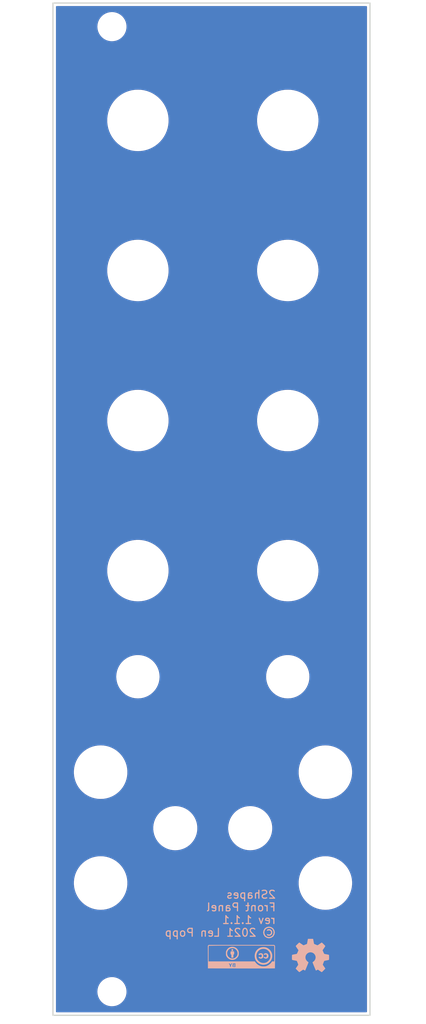
<source format=kicad_pcb>
(kicad_pcb (version 20211014) (generator pcbnew)
  (title_block (title "Eurorack Dual Envelope Module - Front Panel") (date "2022-01-21") (rev "1.1.1") (company "Len Popp") (comment 1 "Copyright © 2021 Len Popp CC BY") (comment 2 "Front panel for Eurorack digital ADSR envelope module") (comment 3 "NOTE: Holes only. No pads or tracks."))
  (layers (0 "F.Cu" signal) (31 "B.Cu" signal) (34 "B.Paste" user) (35 "F.Paste" user) (36 "B.SilkS" user "B.Silkscreen") (37 "F.SilkS" user "F.Silkscreen") (38 "B.Mask" user) (39 "F.Mask" user) (44 "Edge.Cuts" user))
  (net 0 "")
  (footprint "-lmp-holes:MountingHole_Pot_Alpha" (layer "F.Cu") (at 135.8 97.05)
    (fp_text reference "REF**" hide)
    (fp_text value "MountingHole_Pot_Alpha")
    (pad "" np_thru_hole circle locked (at 0 0) (size 7.3 7.3) (drill 7.3) (layers *.Cu *.Mask))
  )
  (footprint "-lmp-holes:MountingHole_Pot_Alpha" (layer "F.Cu") (at 154.85 58.95)
    (fp_text reference "REF**" hide)
    (fp_text value "MountingHole_Pot_Alpha")
    (pad "" np_thru_hole circle locked (at 0 0) (size 7.3 7.3) (drill 7.3) (layers *.Cu *.Mask))
  )
  (footprint "-lmp-holes:MountingHole_Jack_3.5mm_PJ398" (layer "F.Cu") (at 159.63 122.6348)
    (fp_text reference "REF**" hide)
    (fp_text value "MountingHole_Jack_3.5mm_PJ398")
    (pad "" np_thru_hole circle locked (at 0 0) (size 6.3 6.3) (drill 6.3) (layers *.Cu *.Mask))
  )
  (footprint "-lmp-holes:MountingHole_Jack_3.5mm_PJ398" (layer "F.Cu") (at 131.06 136.7064)
    (fp_text reference "REF**" hide)
    (fp_text value "MountingHole_Jack_3.5mm_PJ398")
    (pad "" np_thru_hole circle locked (at 0 0) (size 6.3 6.3) (drill 6.3) (layers *.Cu *.Mask))
  )
  (footprint "-lmp-holes:MountingHole_Pot_Alpha" (layer "F.Cu") (at 135.8 78)
    (fp_text reference "REF**" hide)
    (fp_text value "MountingHole_Pot_Alpha")
    (pad "" np_thru_hole circle locked (at 0 0) (size 7.3 7.3) (drill 7.3) (layers *.Cu *.Mask))
  )
  (footprint "-lmp-holes:MountingHole_Pot_Alpha" (layer "F.Cu") (at 154.85 78)
    (fp_text reference "REF**" hide)
    (fp_text value "MountingHole_Pot_Alpha")
    (pad "" np_thru_hole circle locked (at 0 0) (size 7.3 7.3) (drill 7.3) (layers *.Cu *.Mask))
  )
  (footprint "-lmp-holes:MountingHole_SW_Toggle_5mm" (layer "F.Cu") (at 154.85 110.52)
    (fp_text reference "REF**" hide)
    (fp_text value "MountingHole_SW_Toggle_5mm")
    (pad "" np_thru_hole circle locked (at 0 0) (size 5 5) (drill 5) (layers *.Cu *.Mask))
  )
  (footprint "-lmp-holes:MountingHole_LED_5mm" (layer "F.Cu") (at 140.55 129.7468)
    (fp_text reference "REF**" hide)
    (fp_text value "MountingHole_LED_5mm")
    (pad "" np_thru_hole circle (at 0 0) (size 5.1 5.1) (drill 5.1) (layers F&B.Cu *.Mask))
  )
  (footprint "-lmp-holes:MountingHole_Pot_Alpha" (layer "F.Cu") (at 154.85 97.05)
    (fp_text reference "REF**" hide)
    (fp_text value "MountingHole_Pot_Alpha")
    (pad "" np_thru_hole circle locked (at 0 0) (size 7.3 7.3) (drill 7.3) (layers *.Cu *.Mask))
  )
  (footprint "-lmp-holes:MountingHole_Jack_3.5mm_PJ398" (layer "F.Cu") (at 131.06 122.6348)
    (fp_text reference "REF**" hide)
    (fp_text value "MountingHole_Jack_3.5mm_PJ398")
    (pad "" np_thru_hole circle locked (at 0 0) (size 6.3 6.3) (drill 6.3) (layers *.Cu *.Mask))
  )
  (footprint "-lmp-holes:MountingHole_SW_Toggle_5mm" (layer "F.Cu") (at 135.8 110.52)
    (fp_text reference "REF**" hide)
    (fp_text value "MountingHole_SW_Toggle_5mm")
    (pad "" np_thru_hole circle locked (at 0 0) (size 5 5) (drill 5) (layers *.Cu *.Mask))
  )
  (footprint "-lmp-holes:MountingHole_Jack_3.5mm_PJ398" (layer "F.Cu") (at 159.63 136.7064)
    (fp_text reference "REF**" hide)
    (fp_text value "MountingHole_Jack_3.5mm_PJ398")
    (pad "" np_thru_hole circle locked (at 0 0) (size 6.3 6.3) (drill 6.3) (layers *.Cu *.Mask))
  )
  (footprint "-lmp-holes:MountingHole_LED_5mm" (layer "F.Cu") (at 150.075 129.7468)
    (fp_text reference "REF**" hide)
    (fp_text value "MountingHole_LED_5mm")
    (pad "" np_thru_hole circle (at 0 0) (size 5.1 5.1) (drill 5.1) (layers F&B.Cu *.Mask))
  )
  (footprint "-lmp-holes:MountingHole_Pot_Alpha" (layer "F.Cu") (at 154.85 39.9)
    (fp_text reference "REF**" hide)
    (fp_text value "MountingHole_Pot_Alpha")
    (pad "" np_thru_hole circle locked (at 0 0) (size 7.3 7.3) (drill 7.3) (layers *.Cu *.Mask))
  )
  (footprint "-lmp-holes:MountingHole_Panel_3.2mm_M3" (layer "F.Cu") (at 132.5 150.5)
    (fp_text reference "REF**" hide)
    (fp_text value "MountingHole_Panel_3.2mm_M3")
    (pad "" np_thru_hole circle locked (at 0 0) (size 3.2 3.2) (drill 3.2) (layers *.Cu *.Mask))
  )
  (footprint "-lmp-holes:MountingHole_Panel_3.2mm_M3" (layer "F.Cu") (at 132.5 28)
    (fp_text reference "REF**" hide)
    (fp_text value "MountingHole_Panel_3.2mm_M3")
    (pad "" np_thru_hole circle locked (at 0 0) (size 3.2 3.2) (drill 3.2) (layers *.Cu *.Mask))
  )
  (footprint "-lmp-holes:MountingHole_Pot_Alpha" (layer "F.Cu") (at 135.8 58.95)
    (fp_text reference "REF**" hide)
    (fp_text value "MountingHole_Pot_Alpha")
    (pad "" np_thru_hole circle locked (at 0 0) (size 7.3 7.3) (drill 7.3) (layers *.Cu *.Mask))
  )
  (footprint "-lmp-holes:MountingHole_Pot_Alpha" (layer "F.Cu") (at 135.8 39.9)
    (fp_text reference "REF**" hide)
    (fp_text value "MountingHole_Pot_Alpha")
    (pad "" np_thru_hole circle locked (at 0 0) (size 7.3 7.3) (drill 7.3) (layers *.Cu *.Mask))
  )
  (footprint "-lmp-misc:Logo_OSHW" (layer "B.Cu") (at 157.734 145.923 180)
    (fp_text reference "G***" hide)
    (fp_text value "LOGO" hide)
    (fp_poly (pts (xy 0.332309 2.043907) (xy 0.341381 1.998069) (xy 0.354628 1.929173) (xy 0.370495 1.845389) (xy 0.38743 1.75489) (xy 0.393386 1.722796) (xy 0.437401 1.485029) (xy 0.657063 1.393795) (xy 0.74497 1.357921) (xy 0.808749 1.333741) (xy 0.853195 1.319859) (xy 0.883107 1.31488) (xy 0.903282 1.317408) (xy 0.9098 1.320262) (xy 0.933551 1.334917) (xy 0.978298 1.364246) (xy 1.038939 1.404842) (xy 1.110374 1.453296) (xy 1.165969 1.491371) (xy 1.240949 1.542833) (xy 1.307718 1.588474) (xy 1.361493 1.625041) (xy 1.397494 1.649281) (xy 1.409956 1.657414) (xy 1.427811 1.652955) (xy 1.463227 1.627667) (xy 1.517172 1.58073) (xy 1.590613 1.511323) (xy 1.644039 1.458948) (xy 1.711608 1.391108) (xy 1.771268 1.329438) (xy 1.819306 1.277919) (xy 1.852008 1.240535) (xy 1.865664 1.221267) (xy 1.865677 1.221226) (xy 1.859691 1.197676) (xy 1.835212 1.150604) (xy 1.793183 1.081596) (xy 1.734543 0.992239) (xy 1.697471 0.937781) (xy 1.520815 0.68096) (xy 1.619383 0.452127) (xy 1.659348 0.362713) (xy 1.694168 0.291444) (xy 1.72197 0.241872) (xy 1.740879 0.217552) (xy 1.744007 0.215831) (xy 1.767564 0.210654) (xy 1.816769 0.200917) (xy 1.886021 0.187693) (xy 1.969721 0.172052) (xy 2.047875 0.157689) (xy 2.138232 0.140363) (xy 2.217638 0.123538) (xy 2.280838 0.108457) (xy 2.322577 0.096363) (xy 2.33735 0.089224) (xy 2.341052 0.068346) (xy 2.344296 0.021045) (xy 2.34688 -0.047351) (xy 2.348601 -0.131515) (xy 2.349256 -0.224274) (xy 2.34874 -0.336892) (xy 2.346841 -0.421041) (xy 2.343351 -0.479979) (xy 2.33806 -0.516966) (xy 2.330759 -0.535262) (xy 2.329202 -0.536832) (xy 2.307564 -0.54503) (xy 2.260103 -0.557343) (xy 2.192292 -0.572534) (xy 2.109605 -0.589367) (xy 2.031546 -0.604073) (xy 1.940736 -0.621377) (xy 1.860376 -0.638211) (xy 1.795872 -0.653319) (xy 1.752632 -0.665446) (xy 1.736595 -0.672515) (xy 1.722252 -0.695942) (xy 1.700812 -0.741547) (xy 1.674629 -0.803127) (xy 1.646056 -0.87448) (xy 1.617445 -0.949405) (xy 1.591149 -1.021699) (xy 1.569521 -1.085159) (xy 1.554912 -1.133585) (xy 1.549677 -1.160773) (xy 1.550241 -1.163788) (xy 1.562554 -1.182573) (xy 1.589739 -1.222789) (xy 1.628605 -1.279753) (xy 1.675959 -1.348785) (xy 1.717281 -1.408788) (xy 1.768237 -1.483332) (xy 1.812217 -1.548959) (xy 1.846284 -1.601179) (xy 1.867501 -1.635506) (xy 1.873249 -1.647126) (xy 1.862515 -1.661602) (xy 1.832595 -1.694758) (xy 1.786914 -1.742986) (xy 1.728898 -1.802678) (xy 1.661972 -1.870225) (xy 1.652489 -1.879701) (xy 1.570583 -1.960422) (xy 1.507752 -2.019804) (xy 1.461587 -2.059887) (xy 1.429677 -2.082708) (xy 1.409614 -2.090306) (xy 1.404428 -2.089563) (xy 1.382638 -2.077373) (xy 1.339761 -2.050325) (xy 1.280786 -2.011678) (xy 1.210703 -1.964685) (xy 1.15767 -1.928544) (xy 1.084231 -1.878624) (xy 1.019809 -1.835701) (xy 0.968968 -1.802746) (xy 0.936274 -1.782731) (xy 0.926456 -1.778) (xy 0.907758 -1.784814) (xy 0.868466 -1.802925) (xy 0.816075 -1.82883) (xy 0.799669 -1.837215) (xy 0.745513 -1.863547) (xy 0.702661 -1.881495) (xy 0.678317 -1.888138) (xy 0.675671 -1.887463) (xy 0.666195 -1.869527) (xy 0.646683 -1.826283) (xy 0.61885 -1.761921) (xy 0.584411 -1.680627) (xy 0.545081 -1.586591) (xy 0.502576 -1.484001) (xy 0.458609 -1.377043) (xy 0.414897 -1.269908) (xy 0.373154 -1.166782) (xy 0.335095 -1.071855) (xy 0.302436 -0.989313) (xy 0.276891 -0.923346) (xy 0.260175 -0.878141) (xy 0.254004 -0.857887) (xy 0.254 -0.857727) (xy 0.267057 -0.831175) (xy 0.291181 -0.813655) (xy 0.320082 -0.795098) (xy 0.363545 -0.760996) (xy 0.413339 -0.717903) (xy 0.425838 -0.706469) (xy 0.521321 -0.598253) (xy 0.589436 -0.478327) (xy 0.630082 -0.350658) (xy 0.64316 -0.219214) (xy 0.628567 -0.087962) (xy 0.586205 0.039131) (xy 0.515973 0.158097) (xy 0.449685 0.234902) (xy 0.34119 0.322392) (xy 0.220313 0.382989) (xy 0.091552 0.416695) (xy -0.040598 0.423509) (xy -0.171639 0.403432) (xy -0.297073 0.356462) (xy -0.412405 0.282601) (xy -0.465561 0.234902) (xy -0.555494 0.124047) (xy -0.617486 0.002268) (xy -0.651637 -0.126466) (xy -0.658048 -0.258188) (xy -0.636819 -0.38893) (xy -0.588051 -0.514725) (xy -0.511844 -0.631606) (xy -0.441714 -0.706469) (xy -0.391624 -0.750788) (xy -0.345801 -0.787757) (xy -0.31248 -0.810824) (xy -0.307057 -0.813655) (xy -0.278822 -0.836047) (xy -0.269875 -0.857727) (xy -0.275742 -0.877259) (xy -0.292199 -0.921853) (xy -0.317531 -0.987321) (xy -0.350023 -1.069475) (xy -0.38796 -1.164127) (xy -0.429627 -1.267088) (xy -0.473309 -1.374171) (xy -0.517291 -1.481187) (xy -0.559858 -1.583949) (xy -0.599294 -1.678267) (xy -0.633886 -1.759955) (xy -0.661917 -1.824823) (xy -0.681673 -1.868683) (xy -0.691439 -1.887349) (xy -0.691547 -1.887463) (xy -0.708781 -1.884865) (xy -0.74673 -1.87007) (xy -0.79819 -1.845995) (xy -0.815545 -1.837215) (xy -0.87027 -1.809724) (xy -0.914006 -1.789018) (xy -0.939274 -1.778598) (xy -0.942068 -1.778) (xy -0.958281 -1.786545) (xy -0.99619 -1.81026) (xy -1.051371 -1.846265) (xy -1.119398 -1.891677) (xy -1.185816 -1.93675) (xy -1.261905 -1.988112) (xy -1.329536 -2.03255) (xy -1.38415 -2.067164) (xy -1.42119 -2.089057) (xy -1.43553 -2.0955) (xy -1.45167 -2.084739) (xy -1.486309 -2.054764) (xy -1.535721 -2.00903) (xy -1.59618 -1.950995) (xy -1.663958 -1.884116) (xy -1.671057 -1.877013) (xy -1.738416 -1.808944) (xy -1.797325 -1.748305) (xy -1.844348 -1.698724) (xy -1.87605 -1.66383) (xy -1.888994 -1.647251) (xy -1.889125 -1.646708) (xy -1.880529 -1.630386) (xy -1.856698 -1.592506) (xy -1.820567 -1.537547) (xy -1.775072 -1.469987) (xy -1.733157 -1.408788) (xy -1.681353 -1.333531) (xy -1.635515 -1.266643) (xy -1.598836 -1.212805) (xy -1.574507 -1.176699) (xy -1.566117 -1.163788) (xy -1.568212 -1.143868) (xy -1.580361 -1.100924) (xy -1.600208 -1.04116) (xy -1.625402 -0.970779) (xy -1.653588 -0.895982) (xy -1.682414 -0.822973) (xy -1.709526 -0.757956) (xy -1.732571 -0.707131) (xy -1.749196 -0.676703) (xy -1.752471 -0.672589) (xy -1.773188 -0.664012) (xy -1.819798 -0.651325) (xy -1.886901 -0.635788) (xy -1.969098 -0.618661) (xy -2.047875 -0.603599) (xy -2.138935 -0.586192) (xy -2.219747 -0.56945) (xy -2.28486 -0.554608) (xy -2.328819 -0.542897) (xy -2.345532 -0.536285) (xy -2.353122 -0.52039) (xy -2.35869 -0.484937) (xy -2.362422 -0.426925) (xy -2.364508 -0.343353) (xy -2.365136 -0.23122) (xy -2.365132 -0.224274) (xy -2.364454 -0.129816) (xy -2.362715 -0.045899) (xy -2.360116 0.022149) (xy -2.356862 0.069001) (xy -2.353226 0.089224) (xy -2.334501 0.097698) (xy -2.28973 0.110242) (xy -2.224168 0.125615) (xy -2.143071 0.142573) (xy -2.06375 0.157689) (xy -1.972185 0.174539) (xy -1.890317 0.189882) (xy -1.823748 0.202646) (xy -1.778075 0.211759) (xy -1.759883 0.215831) (xy -1.743498 0.23326) (xy -1.717751 0.276831) (xy -1.684515 0.342991) (xy -1.645665 0.428188) (xy -1.635259 0.452127) (xy -1.536691 0.68096) (xy -1.713347 0.937781) (xy -1.780321 1.037176) (xy -1.831178 1.117053) (xy -1.864977 1.175825) (xy -1.880778 1.211907) (xy -1.881553 1.221226) (xy -1.867997 1.240398) (xy -1.835375 1.277706) (xy -1.787401 1.329167) (xy -1.727787 1.390799) (xy -1.660247 1.458619) (xy -1.659915 1.458948) (xy -1.573506 1.542945) (xy -1.507347 1.603693) (xy -1.460731 1.641791) (xy -1.432952 1.657841) (xy -1.425832 1.657743) (xy -1.406307 1.644973) (xy -1.365455 1.617396) (xy -1.30806 1.57827) (xy -1.238906 1.530853) (xy -1.182688 1.492145) (xy -1.106717 1.440046) (xy -1.037755 1.393314) (xy -0.980931 1.355382) (xy -0.941376 1.329681) (xy -0.92652 1.320706) (xy -0.909039 1.315224) (xy -0.884577 1.316423) (xy -0.848256 1.32571) (xy -0.7952 1.344489) (xy -0.720531 1.374168) (xy -0.672939 1.393795) (xy -0.453277 1.485029) (xy -0.409262 1.722796) (xy -0.392321 1.813715) (xy -0.375898 1.900809) (xy -0.361547 1.975906) (xy -0.35082 2.030837) (xy -0.348185 2.043907) (xy -0.331124 2.12725) (xy 0.315248 2.12725) (xy 0.332309 2.043907)) (layer "B.SilkS") (width 0.01) (fill solid))
  )
  (footprint "-lmp-misc:Logo_CC_BY" (layer "B.Cu") (at 148.971 146.05 180)
    (fp_text reference "G***" hide)
    (fp_text value "LOGO" hide)
    (fp_poly (pts (xy -3.02103 0.424598) (xy -2.91672 0.387702) (xy -2.880305 0.364287) (xy -2.831233 0.316441) (xy -2.82357 0.27634) (xy -2.857298 0.243) (xy -2.878228 0.233015) (xy -2.927801 0.217368) (xy -2.96114 0.224786) (xy -2.981416 0.240625) (xy -3.034554 0.267504) (xy -3.099006 0.273562) (xy -3.155714 0.258594) (xy -3.175583 0.242714) (xy -3.193774 0.202761) (xy -3.208244 0.139832) (xy -3.212007 0.110423) (xy -3.207041 0.017637) (xy -3.176589 -0.051636) (xy -3.126708 -0.092927) (xy -3.063452 -0.101769) (xy -2.992878 -0.073694) (xy -2.977533 -0.062563) (xy -2.937359 -0.035025) (xy -2.905035 -0.032112) (xy -2.858844 -0.052225) (xy -2.856122 -0.053629) (xy -2.789721 -0.087967) (xy -2.839486 -0.141245) (xy -2.933756 -0.213414) (xy -3.043435 -0.250287) (xy -3.158803 -0.250035) (xy -3.254244 -0.219188) (xy -3.333304 -0.158345) (xy -3.387757 -0.072069) (xy -3.416357 0.029772) (xy -3.417861 0.13731) (xy -3.391023 0.240675) (xy -3.334599 0.329998) (xy -3.324795 0.340295) (xy -3.236756 0.400263) (xy -3.131605 0.428574) (xy -3.02103 0.424598)) (layer "B.SilkS") (width 0.01) (fill solid))
    (fp_poly (pts (xy 1.198591 0.946718) (xy 1.24453 0.917911) (xy 1.27384 0.871061) (xy 1.277828 0.813909) (xy 1.259491 0.769726) (xy 1.210366 0.728824) (xy 1.146002 0.723246) (xy 1.095375 0.742529) (xy 1.066734 0.780694) (xy 1.059449 0.837345) (xy 1.073909 0.894193) (xy 1.091595 0.919238) (xy 1.144715 0.94974) (xy 1.198591 0.946718)) (layer "B.SilkS") (width 0.01) (fill solid))
    (fp_poly (pts (xy -2.39168 0.425061) (xy -2.365422 0.419864) (xy -2.306453 0.398275) (xy -2.24476 0.363217) (xy -2.192613 0.323291) (xy -2.162283 0.287101) (xy -2.159 0.275127) (xy -2.176157 0.258362) (xy -2.218635 0.2336) (xy -2.231009 0.227502) (xy -2.279889 0.206692) (xy -2.308737 0.20668) (xy -2.334969 0.228531) (xy -2.340123 0.234165) (xy -2.393198 0.266129) (xy -2.45973 0.274255) (xy -2.512218 0.258537) (xy -2.546037 0.216053) (xy -2.568158 0.147925) (xy -2.574311 0.070185) (xy -2.570997 0.037874) (xy -2.542321 -0.039667) (xy -2.492697 -0.087999) (xy -2.430625 -0.10356) (xy -2.364608 -0.082791) (xy -2.335818 -0.060589) (xy -2.297118 -0.030981) (xy -2.260723 -0.028782) (xy -2.223329 -0.04199) (xy -2.176133 -0.065406) (xy -2.163143 -0.089267) (xy -2.183198 -0.124379) (xy -2.211106 -0.155875) (xy -2.296435 -0.218831) (xy -2.399927 -0.251253) (xy -2.508693 -0.251377) (xy -2.609839 -0.217439) (xy -2.619569 -0.211781) (xy -2.700833 -0.14597) (xy -2.749326 -0.06404) (xy -2.768556 0.041501) (xy -2.76827 0.105949) (xy -2.745638 0.232547) (xy -2.693649 0.330106) (xy -2.615317 0.396277) (xy -2.513656 0.428712) (xy -2.39168 0.425061)) (layer "B.SilkS") (width 0.01) (fill solid))
    (fp_poly (pts (xy 4.22386 1.429564) (xy 4.275963 1.377461) (xy 4.270523 -0.057395) (xy 4.265083 -1.49225) (xy 0.019454 -1.497593) (xy -0.401443 -1.498054) (xy -0.811056 -1.498365) (xy -1.207377 -1.498531) (xy -1.588395 -1.498556) (xy -1.952102 -1.498445) (xy -2.296486 -1.498202) (xy -2.619538 -1.49783) (xy -2.919248 -1.497335) (xy -3.193607 -1.496719) (xy -3.440605 -1.495988) (xy -3.658231 -1.495145) (xy -3.844477 -1.494195) (xy -3.997332 -1.493142) (xy -4.114786 -1.491989) (xy -4.19483 -1.490742) (xy -4.235454 -1.489404) (xy -4.240338 -1.488774) (xy -4.242738 -1.465738) (xy -4.24501 -1.403866) (xy -4.24712 -1.306657) (xy -4.249033 -1.17761) (xy -4.250715 -1.020222) (xy -4.252132 -0.837992) (xy -4.253248 -0.634417) (xy -4.25403 -0.412996) (xy -4.254443 -0.177227) (xy -4.2545 -0.048427) (xy -4.2545 0.366183) (xy -4.169834 0.366183) (xy -4.169834 -0.613834) (xy -4.026959 -0.614379) (xy -3.884084 -0.614925) (xy -3.812144 -0.720966) (xy -3.692651 -0.864995) (xy -3.542152 -0.996181) (xy -3.371665 -1.106777) (xy -3.192209 -1.189035) (xy -3.108881 -1.21544) (xy -2.997957 -1.235421) (xy -2.862492 -1.245246) (xy -2.719048 -1.244881) (xy -2.584188 -1.234297) (xy -2.486239 -1.216626) (xy -2.272603 -1.14063) (xy -2.076159 -1.027636) (xy -1.902364 -0.881322) (xy -1.872569 -0.846667) (xy 0.783166 -0.846667) (xy 0.783166 -1.312334) (xy 0.917895 -1.312334) (xy 1.004895 -1.308401) (xy 1.064225 -1.294438) (xy 1.108395 -1.268464) (xy 1.153631 -1.212561) (xy 1.16015 -1.151895) (xy 1.127249 -1.095152) (xy 1.122761 -1.090924) (xy 1.095408 -1.06005) (xy 1.100119 -1.036022) (xy 1.112178 -1.022631) (xy 1.140542 -0.973664) (xy 1.127789 -0.922153) (xy 1.100666 -0.889) (xy 1.066252 -0.864363) (xy 1.017466 -0.851272) (xy 0.941826 -0.846789) (xy 0.92075 -0.846667) (xy 1.185789 -0.846667) (xy 1.270228 -0.984623) (xy 1.319 -1.071602) (xy 1.345387 -1.140404) (xy 1.354475 -1.205058) (xy 1.354666 -1.217456) (xy 1.35688 -1.276088) (xy 1.367744 -1.303811) (xy 1.393598 -1.311987) (xy 1.407583 -1.312334) (xy 1.440934 -1.308067) (xy 1.456279 -1.287521) (xy 1.460461 -1.23908) (xy 1.460563 -1.222375) (xy 1.468744 -1.154833) (xy 1.496329 -1.080912) (xy 1.543713 -0.994834) (xy 1.585033 -0.925149) (xy 1.606079 -0.883515) (xy 1.608913 -0.86202) (xy 1.595597 -0.852753) (xy 1.581496 -0.849898) (xy 1.555171 -0.849042) (xy 1.530909 -0.860656) (xy 1.501095 -0.89146) (xy 1.45812 -0.948175) (xy 1.437195 -0.977303) (xy 1.403307 -1.024763) (xy 1.352528 -0.935878) (xy 1.314063 -0.878532) (xy 1.2778 -0.852038) (xy 1.243769 -0.84683) (xy 1.185789 -0.846667) (xy 0.92075 -0.846667) (xy 0.783166 -0.846667) (xy -1.872569 -0.846667) (xy -1.783802 -0.743422) (xy -1.68774 -0.613834) (xy 4.191 -0.613834) (xy 4.191 0.366183) (xy 4.190708 0.611968) (xy 4.18979 0.818065) (xy 4.188178 0.987114) (xy 4.185805 1.121755) (xy 4.182605 1.224631) (xy 4.178511 1.298382) (xy 4.173457 1.345649) (xy 4.167375 1.369072) (xy 4.165599 1.3716) (xy 4.141594 1.374757) (xy 4.07774 1.377723) (xy 3.97652 1.380499) (xy 3.840418 1.383084) (xy 3.671917 1.385478) (xy 3.473502 1.387681) (xy 3.247656 1.389693) (xy 2.996862 1.391514) (xy 2.723604 1.393145) (xy 2.430367 1.394585) (xy 2.119632 1.395834) (xy 1.793885 1.396892) (xy 1.455608 1.397759) (xy 1.107285 1.398435) (xy 0.751401 1.398921) (xy 0.390438 1.399216) (xy 0.02688 1.39932) (xy -0.336789 1.399233) (xy -0.698086 1.398955) (xy -1.054526 1.398487) (xy -1.403627 1.397827) (xy -1.742905 1.396977) (xy -2.069875 1.395936) (xy -2.382055 1.394704) (xy -2.676961 1.393282) (xy -2.952109 1.391668) (xy -3.205015 1.389864) (xy -3.433196 1.387869) (xy -3.634169 1.385683) (xy -3.805449 1.383306) (xy -3.944553 1.380738) (xy -4.048998 1.37798) (xy -4.116299 1.37503) (xy -4.143973 1.37189) (xy -4.144434 1.3716) (xy -4.150797 1.353998) (xy -4.156114 1.313246) (xy -4.160454 1.246703) (xy -4.163882 1.151728) (xy -4.166465 1.025681) (xy -4.168271 0.865919) (xy -4.169365 0.669804) (xy -4.169814 0.434693) (xy -4.169834 0.366183) (xy -4.2545 0.366183) (xy -4.2545 1.377757) (xy -4.202546 1.429712) (xy -4.150591 1.481666) (xy 4.171757 1.481666) (xy 4.22386 1.429564)) (layer "B.SilkS") (width 0.01) (fill solid))
    (fp_poly (pts (xy -2.563057 1.182731) (xy -2.361828 1.123237) (xy -2.176836 1.028043) (xy -2.012387 0.898954) (xy -1.872787 0.737776) (xy -1.851627 0.706999) (xy -1.760969 0.533924) (xy -1.702324 0.341508) (xy -1.676332 0.138827) (xy -1.683633 -0.065038) (xy -1.724866 -0.261008) (xy -1.774419 -0.38896) (xy -1.88282 -0.569588) (xy -2.02332 -0.726553) (xy -2.190308 -0.855437) (xy -2.378175 -0.951818) (xy -2.558393 -1.006682) (xy -2.661676 -1.025313) (xy -2.752778 -1.032549) (xy -2.849774 -1.028779) (xy -2.963334 -1.015429) (xy -3.161479 -0.968309) (xy -3.342295 -0.883698) (xy -3.50892 -0.760016) (xy -3.553297 -0.718328) (xy -3.700506 -0.54945) (xy -3.806929 -0.371404) (xy -3.873687 -0.181037) (xy -3.901084 0.018874) (xy -3.687783 0.018874) (xy -3.657491 -0.157882) (xy -3.6048 -0.296334) (xy -3.539895 -0.400636) (xy -3.448266 -0.509609) (xy -3.342045 -0.611122) (xy -3.233365 -0.693046) (xy -3.174437 -0.726586) (xy -3.01123 -0.784497) (xy -2.833345 -0.810389) (xy -2.655039 -0.803099) (xy -2.54 -0.778349) (xy -2.383548 -0.714064) (xy -2.23681 -0.620867) (xy -2.110085 -0.506773) (xy -2.013669 -0.379796) (xy -2.002272 -0.359795) (xy -1.926639 -0.181924) (xy -1.889736 -0.003553) (xy -1.888625 0.171489) (xy -1.920364 0.339374) (xy -1.982014 0.496271) (xy -2.070635 0.638352) (xy -2.183288 0.761788) (xy -2.317032 0.862749) (xy -2.468928 0.937407) (xy -2.636035 0.981932) (xy -2.815414 0.992496) (xy -3.004125 0.965269) (xy -3.017095 0.961982) (xy -3.18983 0.896576) (xy -3.341128 0.799061) (xy -3.468467 0.674837) (xy -3.569325 0.529307) (xy -3.641178 0.367869) (xy -3.681505 0.195924) (xy -3.687783 0.018874) (xy -3.901084 0.018874) (xy -3.901897 0.024804) (xy -3.89365 0.240822) (xy -3.851504 0.433215) (xy -3.772288 0.615301) (xy -3.660959 0.781846) (xy -3.522476 0.927617) (xy -3.361796 1.047378) (xy -3.183877 1.135898) (xy -2.996996 1.187388) (xy -2.776215 1.204716) (xy -2.563057 1.182731)) (layer "B.SilkS") (width 0.01) (fill solid))
    (fp_poly (pts (xy 1.007728 -1.10891) (xy 1.049387 -1.134554) (xy 1.058333 -1.165687) (xy 1.039922 -1.20516) (xy 0.995527 -1.235496) (xy 0.941409 -1.250332) (xy 0.893826 -1.243305) (xy 0.881944 -1.234722) (xy 0.871604 -1.205116) (xy 0.867833 -1.160639) (xy 0.873749 -1.117666) (xy 0.900438 -1.102183) (xy 0.929602 -1.100667) (xy 1.007728 -1.10891)) (layer "B.SilkS") (width 0.01) (fill solid))
    (fp_poly (pts (xy 1.377307 1.219627) (xy 1.537281 1.160105) (xy 1.682469 1.068615) (xy 1.807111 0.946685) (xy 1.905443 0.795844) (xy 1.909413 0.787882) (xy 1.940321 0.722465) (xy 1.960425 0.668687) (xy 1.972035 0.614111) (xy 1.977464 0.5463) (xy 1.979023 0.452817) (xy 1.979083 0.413084) (xy 1.977975 0.304751) (xy 1.973402 0.226714) (xy 1.963487 0.166965) (xy 1.946354 0.113498) (xy 1.924445 0.06345) (xy 1.831411 -0.086953) (xy 1.708237 -0.212584) (xy 1.561218 -0.310224) (xy 1.396648 -0.376655) (xy 1.220825 -0.408659) (xy 1.040042 -0.403016) (xy 1.018548 -0.399695) (xy 0.861591 -0.353137) (xy 0.711567 -0.270809) (xy 0.576827 -0.159249) (xy 0.465722 -0.024998) (xy 0.405977 0.080051) (xy 0.378882 0.143162) (xy 0.361991 0.200848) (xy 0.352996 0.266663) (xy 0.349584 0.354157) (xy 0.349386 0.38893) (xy 0.500593 0.38893) (xy 0.510606 0.302508) (xy 0.536592 0.193771) (xy 0.574165 0.106276) (xy 0.63213 0.022779) (xy 0.683322 -0.035796) (xy 0.81069 -0.145244) (xy 0.953839 -0.216764) (xy 1.108269 -0.249085) (xy 1.269476 -0.24094) (xy 1.34649 -0.222717) (xy 1.49922 -0.157615) (xy 1.625396 -0.064388) (xy 1.723417 0.051265) (xy 1.791679 0.183645) (xy 1.828583 0.327053) (xy 1.832525 0.475789) (xy 1.801903 0.624155) (xy 1.735117 0.766451) (xy 1.654299 0.872386) (xy 1.547984 0.968323) (xy 1.43207 1.031456) (xy 1.296278 1.066311) (xy 1.191868 1.075973) (xy 1.097105 1.078188) (xy 1.028028 1.072995) (xy 0.96827 1.05784) (xy 0.902986 1.030864) (xy 0.760552 0.944352) (xy 0.645883 0.830942) (xy 0.562193 0.696593) (xy 0.512692 0.547269) (xy 0.500593 0.38893) (xy 0.349386 0.38893) (xy 0.34925 0.41275) (xy 0.350641 0.516588) (xy 0.356385 0.591778) (xy 0.368837 0.651959) (xy 0.39035 0.710769) (xy 0.407119 0.747943) (xy 0.489615 0.895944) (xy 0.586193 1.012456) (xy 0.704778 1.107466) (xy 0.866283 1.1911) (xy 1.036047 1.236653) (xy 1.208308 1.245652) (xy 1.377307 1.219627)) (layer "B.SilkS") (width 0.01) (fill solid))
    (fp_poly (pts (xy 1.265371 0.674893) (xy 1.332164 0.667029) (xy 1.368521 0.652922) (xy 1.374168 0.64759) (xy 1.387404 0.607674) (xy 1.393405 0.532293) (xy 1.392634 0.451798) (xy 1.388574 0.368274) (xy 1.382243 0.318048) (xy 1.370829 0.292085) (xy 1.351516 0.281354) (xy 1.338791 0.278986) (xy 1.316623 0.273497) (xy 1.302673 0.259195) (xy 1.295045 0.227858) (xy 1.291842 0.171267) (xy 1.291168 0.081201) (xy 1.291166 0.072611) (xy 1.291166 -0.127) (xy 1.037166 -0.127) (xy 1.037166 0.072611) (xy 1.036608 0.165606) (xy 1.033668 0.224491) (xy 1.02645 0.257486) (xy 1.013056 0.272812) (xy 0.991591 0.278688) (xy 0.989541 0.278986) (xy 0.964679 0.286104) (xy 0.949697 0.304969) (xy 0.941426 0.345002) (xy 0.936694 0.415619) (xy 0.935704 0.438879) (xy 0.933742 0.541942) (xy 0.942403 0.610052) (xy 0.96854 0.650424) (xy 1.01901 0.670269) (xy 1.100668 0.676801) (xy 1.162319 0.677333) (xy 1.265371 0.674893)) (layer "B.SilkS") (width 0.01) (fill solid))
    (fp_poly (pts (xy 1.008624 -0.933911) (xy 1.031746 -0.945922) (xy 1.03403 -0.973783) (xy 1.033347 -0.978959) (xy 1.019822 -1.01226) (xy 0.983682 -1.028491) (xy 0.947208 -1.033153) (xy 0.895209 -1.034637) (xy 0.872834 -1.022459) (xy 0.867847 -0.98928) (xy 0.867833 -0.985528) (xy 0.872155 -0.95086) (xy 0.893029 -0.935299) (xy 0.942319 -0.931379) (xy 0.953972 -0.931334) (xy 1.008624 -0.933911)) (layer "B.SilkS") (width 0.01) (fill solid))
  )
  (gr_line (start 125.000004 153.499998) (end 125.000004 25.000001) (layer "Edge.Cuts") (width 0.1524))
  (gr_line (start 165.3 25.000001) (end 165.3 153.499998) (layer "Edge.Cuts") (width 0.1524))
  (gr_line (start 165.3 153.499998) (end 125.000004 153.499998) (layer "Edge.Cuts") (width 0.1524))
  (gr_line (start 125.000004 25.000001) (end 165.3 25.000001) (layer "Edge.Cuts") (width 0.1524))
  (gr_text "2Shapes\nFront Panel\nrev 1.1.1\n© 2021 Len Popp" (at 153.416 140.589) (layer "B.SilkS") (effects (font (size 1 1)) (justify left mirror)))
  (zone (net 0) (net_name "") (layer "F.Cu") (connect_pads (clearance 0.2032)) (min_thickness 0.2032) (fill yes (thermal_gap 0.508) (thermal_bridge_width 0.508))
    (polygon (pts (xy 166.565 154.616) (xy 124.565 154.616) (xy 124.565 24.616) (xy 166.565 24.616)))
  )
  (zone (net 0) (net_name "") (layer "B.Cu") (connect_pads (clearance 0.2032)) (min_thickness 0.2032) (fill yes (thermal_gap 0.508) (thermal_bridge_width 0.508))
    (polygon (pts (xy 166.565 154.616) (xy 124.565 154.616) (xy 124.565 24.616) (xy 166.565 24.616)))
  )
)
</source>
